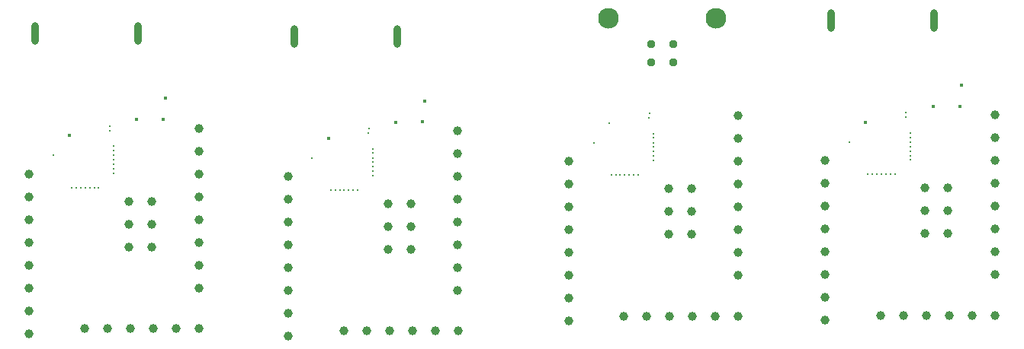
<source format=gbr>
%TF.GenerationSoftware,KiCad,Pcbnew,(6.0.5)*%
%TF.CreationDate,2023-04-25T20:11:02+03:00*%
%TF.ProjectId,AT90USB162,41543930-5553-4423-9136-322e6b696361,rev?*%
%TF.SameCoordinates,Original*%
%TF.FileFunction,Plated,1,2,PTH,Mixed*%
%TF.FilePolarity,Positive*%
%FSLAX46Y46*%
G04 Gerber Fmt 4.6, Leading zero omitted, Abs format (unit mm)*
G04 Created by KiCad (PCBNEW (6.0.5)) date 2023-04-25 20:11:02*
%MOMM*%
%LPD*%
G01*
G04 APERTURE LIST*
%TA.AperFunction,ViaDrill*%
%ADD10C,0.200000*%
%TD*%
%TA.AperFunction,ViaDrill*%
%ADD11C,0.400000*%
%TD*%
G04 aperture for slot hole*
%TA.AperFunction,ComponentDrill*%
%ADD12O,0.900000X2.500000*%
%TD*%
%TA.AperFunction,ComponentDrill*%
%ADD13C,0.950000*%
%TD*%
%TA.AperFunction,ComponentDrill*%
%ADD14C,1.000000*%
%TD*%
%TA.AperFunction,ComponentDrill*%
%ADD15C,2.300000*%
%TD*%
G04 APERTURE END LIST*
D10*
X66580000Y-92200000D03*
X68630000Y-95800000D03*
X69130000Y-95800000D03*
X69630000Y-95800000D03*
X70130000Y-95800000D03*
X70630000Y-95800000D03*
X71130000Y-95800000D03*
X71630000Y-95800000D03*
X72830000Y-89450000D03*
X72855000Y-88950000D03*
X73305000Y-91199317D03*
X73307112Y-91675000D03*
X73307112Y-92200000D03*
X73307112Y-92700000D03*
X73307112Y-93200000D03*
X73307112Y-93700000D03*
X73307112Y-94200000D03*
X95341500Y-92499500D03*
X97391500Y-96099500D03*
X97891500Y-96099500D03*
X98391500Y-96099500D03*
X98891500Y-96099500D03*
X99391500Y-96099500D03*
X99891500Y-96099500D03*
X100391500Y-96099500D03*
X101591500Y-89749500D03*
X101616500Y-89249500D03*
X102066500Y-91498817D03*
X102068612Y-91974500D03*
X102068612Y-92499500D03*
X102068612Y-92999500D03*
X102068612Y-93499500D03*
X102068612Y-93999500D03*
X102068612Y-94499500D03*
X126669000Y-90812000D03*
X128294000Y-88612000D03*
X128544000Y-94412000D03*
X129044000Y-94412000D03*
X129544000Y-94412000D03*
X130044000Y-94412000D03*
X130544000Y-94412000D03*
X131044000Y-94412000D03*
X131544000Y-94412000D03*
X132744000Y-88062000D03*
X132769000Y-87562000D03*
X133219000Y-89811317D03*
X133221112Y-90287000D03*
X133221112Y-90812000D03*
X133221112Y-91312000D03*
X133221112Y-91812000D03*
X133221112Y-92312000D03*
X133221112Y-92812000D03*
X155000000Y-90750000D03*
X157050000Y-94350000D03*
X157550000Y-94350000D03*
X158050000Y-94350000D03*
X158550000Y-94350000D03*
X159050000Y-94350000D03*
X159550000Y-94350000D03*
X160050000Y-94350000D03*
X161250000Y-88000000D03*
X161275000Y-87500000D03*
X161725000Y-89749317D03*
X161727112Y-90225000D03*
X161727112Y-90750000D03*
X161727112Y-91250000D03*
X161727112Y-91750000D03*
X161727112Y-92250000D03*
X161727112Y-92750000D03*
D11*
X68380000Y-90000000D03*
X75866250Y-88226250D03*
X78816250Y-88201250D03*
X79030000Y-85865000D03*
X97141500Y-90299500D03*
X104627750Y-88525750D03*
X107577750Y-88500750D03*
X107791500Y-86164500D03*
X156800000Y-88550000D03*
X164286250Y-86776250D03*
X167236250Y-86751250D03*
X167450000Y-84415000D03*
D12*
%TO.C,USB_0*%
X64580000Y-78656250D03*
X75980000Y-78656250D03*
X93341500Y-78955750D03*
X104741500Y-78955750D03*
X153000000Y-77206250D03*
X164400000Y-77206250D03*
D13*
%TO.C,USB*%
X132944000Y-79837000D03*
X132944000Y-81837000D03*
X135444000Y-79837000D03*
X135444000Y-81837000D03*
D14*
%TO.C,REF\u002A\u002A*%
X63880000Y-94285000D03*
X63880000Y-96825000D03*
X63880000Y-99365000D03*
X63880000Y-101905000D03*
X63880000Y-104445000D03*
X63880000Y-106985000D03*
X63880000Y-109525000D03*
X63880000Y-112065000D03*
X70055000Y-111500000D03*
X72595000Y-111500000D03*
X74980000Y-97325000D03*
X74980000Y-99865000D03*
X74980000Y-102405000D03*
X75135000Y-111500000D03*
X77520000Y-97325000D03*
X77520000Y-99865000D03*
X77520000Y-102405000D03*
X77675000Y-111500000D03*
X80215000Y-111500000D03*
X82730000Y-89200000D03*
X82730000Y-91740000D03*
X82730000Y-94280000D03*
X82730000Y-96820000D03*
X82730000Y-99360000D03*
X82730000Y-101900000D03*
X82730000Y-104440000D03*
X82730000Y-106980000D03*
X82755000Y-111500000D03*
X92641500Y-94584500D03*
X92641500Y-97124500D03*
X92641500Y-99664500D03*
X92641500Y-102204500D03*
X92641500Y-104744500D03*
X92641500Y-107284500D03*
X92641500Y-109824500D03*
X92641500Y-112364500D03*
X98816500Y-111799500D03*
X101356500Y-111799500D03*
X103741500Y-97624500D03*
X103741500Y-100164500D03*
X103741500Y-102704500D03*
X103896500Y-111799500D03*
X106281500Y-97624500D03*
X106281500Y-100164500D03*
X106281500Y-102704500D03*
X106436500Y-111799500D03*
X108976500Y-111799500D03*
X111491500Y-89499500D03*
X111491500Y-92039500D03*
X111491500Y-94579500D03*
X111491500Y-97119500D03*
X111491500Y-99659500D03*
X111491500Y-102199500D03*
X111491500Y-104739500D03*
X111491500Y-107279500D03*
X111516500Y-111799500D03*
X123794000Y-92897000D03*
X123794000Y-95437000D03*
X123794000Y-97977000D03*
X123794000Y-100517000D03*
X123794000Y-103057000D03*
X123794000Y-105597000D03*
X123794000Y-108137000D03*
X123794000Y-110677000D03*
X129969000Y-110112000D03*
X132509000Y-110112000D03*
X134894000Y-95937000D03*
X134894000Y-98477000D03*
X134894000Y-101017000D03*
X135049000Y-110112000D03*
X137434000Y-95937000D03*
X137434000Y-98477000D03*
X137434000Y-101017000D03*
X137589000Y-110112000D03*
X140129000Y-110112000D03*
X142644000Y-87812000D03*
X142644000Y-90352000D03*
X142644000Y-92892000D03*
X142644000Y-95432000D03*
X142644000Y-97972000D03*
X142644000Y-100512000D03*
X142644000Y-103052000D03*
X142644000Y-105592000D03*
X142669000Y-110112000D03*
X152300000Y-92835000D03*
X152300000Y-95375000D03*
X152300000Y-97915000D03*
X152300000Y-100455000D03*
X152300000Y-102995000D03*
X152300000Y-105535000D03*
X152300000Y-108075000D03*
X152300000Y-110615000D03*
X158475000Y-110050000D03*
X161015000Y-110050000D03*
X163400000Y-95875000D03*
X163400000Y-98415000D03*
X163400000Y-100955000D03*
X163555000Y-110050000D03*
X165940000Y-95875000D03*
X165940000Y-98415000D03*
X165940000Y-100955000D03*
X166095000Y-110050000D03*
X168635000Y-110050000D03*
X171150000Y-87750000D03*
X171150000Y-90290000D03*
X171150000Y-92830000D03*
X171150000Y-95370000D03*
X171150000Y-97910000D03*
X171150000Y-100450000D03*
X171150000Y-102990000D03*
X171150000Y-105530000D03*
X171175000Y-110050000D03*
D15*
%TO.C,USB*%
X128194000Y-76977000D03*
X140194000Y-76977000D03*
M02*

</source>
